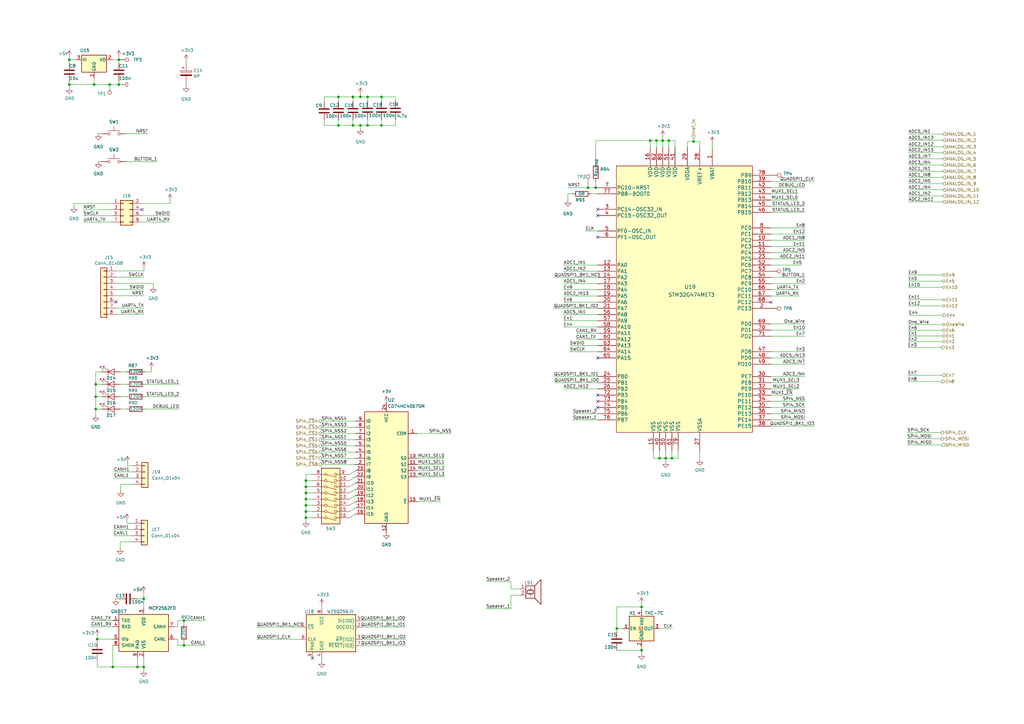
<source format=kicad_sch>
(kicad_sch (version 20211123) (generator eeschema)
  (paper "A3")
  (junction (at 28.448 24.511))
  (junction (at 138.811 51.435))
  (junction (at 138.811 39.751))
  (junction (at 39.878 262.128))
  (junction (at 156.464 51.435))
  (junction (at 271.78 57.658))
  (junction (at 44.958 34.671))
  (junction (at 125.476 212.344))
  (junction (at 39.243 162.687))
  (junction (at 48.768 24.511))
  (junction (at 58.928 245.618))
  (junction (at 39.243 167.767))
  (junction (at 75.438 264.668))
  (junction (at 28.448 34.671))
  (junction (at 252.984 257.81))
  (junction (at 150.749 39.751))
  (junction (at 125.476 197.104))
  (junction (at 284.48 58.039))
  (junction (at 39.243 157.607))
  (junction (at 266.7 57.658))
  (junction (at 125.476 202.184))
  (junction (at 125.476 209.804))
  (junction (at 144.78 39.751))
  (junction (at 147.828 39.751))
  (junction (at 241.173 76.962))
  (junction (at 156.464 39.751))
  (junction (at 46.228 273.558))
  (junction (at 48.768 34.671))
  (junction (at 270.51 187.96))
  (junction (at 125.476 204.724))
  (junction (at 58.928 273.558))
  (junction (at 275.59 187.96))
  (junction (at 150.749 51.435))
  (junction (at 263.144 248.92))
  (junction (at 263.144 266.7))
  (junction (at 38.608 34.671))
  (junction (at 56.388 273.558))
  (junction (at 147.828 51.435))
  (junction (at 75.438 254.508))
  (junction (at 125.476 199.644))
  (junction (at 273.05 187.96))
  (junction (at 269.24 57.658))
  (junction (at 274.32 57.658))
  (junction (at 244.348 76.962))
  (junction (at 144.78 51.435))
  (junction (at 125.476 207.264))
  (no_connect (at 316.23 123.952))
  (no_connect (at 245.11 167.132))
  (no_connect (at 245.11 164.592))
  (no_connect (at 245.11 162.052))
  (no_connect (at 245.11 146.812))
  (no_connect (at 128.143 269.875))
  (no_connect (at 47.625 123.825))
  (no_connect (at 245.11 85.852))
  (no_connect (at 245.11 88.392))
  (no_connect (at 245.11 97.282))
  (no_connect (at 58.293 85.979))
  (wire (pts (xy 49.403 157.607) (xy 51.943 157.607)))
  (wire (pts (xy 245.11 126.492) (xy 227.076 126.492)))
  (wire (pts (xy 325.12 162.052) (xy 316.23 162.052)))
  (wire (pts (xy 38.608 34.671) (xy 28.448 34.671)))
  (wire (pts (xy 386.334 156.464) (xy 372.364 156.464)))
  (wire (pts (xy 231.14 123.952) (xy 245.11 123.952)))
  (wire (pts (xy 244.348 76.962) (xy 245.11 76.962)))
  (wire (pts (xy 143.256 197.104) (xy 145.796 195.58)))
  (wire (pts (xy 59.055 113.665) (xy 47.625 113.665)))
  (wire (pts (xy 330.2 169.672) (xy 316.23 169.672)))
  (wire (pts (xy 372.618 67.691) (xy 386.588 67.691)))
  (wire (pts (xy 386.588 54.991) (xy 372.618 54.991)))
  (wire (pts (xy 125.476 197.104) (xy 125.476 194.564)))
  (wire (pts (xy 39.878 262.128) (xy 39.878 263.398)))
  (wire (pts (xy 263.144 248.92) (xy 252.984 248.92)))
  (wire (pts (xy 62.865 116.205) (xy 47.625 116.205)))
  (wire (pts (xy 72.898 264.668) (xy 72.898 262.128)))
  (wire (pts (xy 372.618 75.311) (xy 386.588 75.311)))
  (wire (pts (xy 150.749 51.435) (xy 156.464 51.435)))
  (wire (pts (xy 54.102 219.71) (xy 46.482 219.71)))
  (wire (pts (xy 125.476 199.644) (xy 125.476 197.104)))
  (wire (pts (xy 292.1 58.674) (xy 292.1 60.452)))
  (wire (pts (xy 144.78 51.435) (xy 147.828 51.435)))
  (wire (pts (xy 330.2 106.172) (xy 316.23 106.172)))
  (wire (pts (xy 227.33 113.792) (xy 245.11 113.792)))
  (wire (pts (xy 28.448 24.511) (xy 28.448 23.241)))
  (wire (pts (xy 145.796 185.42) (xy 131.826 185.42)))
  (wire (pts (xy 171.196 195.58) (xy 182.372 195.58)))
  (wire (pts (xy 241.173 76.962) (xy 244.348 76.962)))
  (wire (pts (xy 28.448 34.671) (xy 28.448 33.401)))
  (wire (pts (xy 372.618 82.804) (xy 386.588 82.804)))
  (wire (pts (xy 330.2 116.332) (xy 316.23 116.332)))
  (wire (pts (xy 273.05 184.912) (xy 273.05 187.96)))
  (wire (pts (xy 58.928 269.748) (xy 58.928 273.558)))
  (wire (pts (xy 145.796 177.8) (xy 131.826 177.8)))
  (wire (pts (xy 138.811 49.149) (xy 138.811 51.435)))
  (wire (pts (xy 143.256 207.264) (xy 145.796 205.74)))
  (wire (pts (xy 41.783 157.607) (xy 39.243 157.607)))
  (wire (pts (xy 244.348 57.658) (xy 266.7 57.658)))
  (wire (pts (xy 62.865 116.205) (xy 62.865 117.475)))
  (wire (pts (xy 30.353 83.439) (xy 30.353 84.709)))
  (wire (pts (xy 30.988 24.511) (xy 28.448 24.511)))
  (wire (pts (xy 281.94 60.452) (xy 281.94 58.039)))
  (wire (pts (xy 58.928 245.618) (xy 56.388 245.618)))
  (wire (pts (xy 125.476 212.344) (xy 125.476 213.614)))
  (wire (pts (xy 59.055 126.365) (xy 47.625 126.365)))
  (wire (pts (xy 263.144 248.92) (xy 263.144 247.65)))
  (wire (pts (xy 274.32 57.658) (xy 274.32 60.452)))
  (wire (pts (xy 75.438 263.398) (xy 75.438 264.668)))
  (wire (pts (xy 41.783 152.527) (xy 39.243 152.527)))
  (wire (pts (xy 148.463 257.175) (xy 166.37 257.175)))
  (wire (pts (xy 128.016 202.184) (xy 125.476 202.184)))
  (wire (pts (xy 209.55 238.506) (xy 209.55 241.554)))
  (wire (pts (xy 372.491 112.776) (xy 386.461 112.776)))
  (wire (pts (xy 275.59 187.96) (xy 278.13 187.96)))
  (wire (pts (xy 76.327 26.289) (xy 76.327 25.019)))
  (wire (pts (xy 132.969 49.276) (xy 132.969 51.435)))
  (wire (pts (xy 316.23 159.512) (xy 327.914 159.512)))
  (wire (pts (xy 209.55 249.682) (xy 199.39 249.682)))
  (wire (pts (xy 147.828 38.608) (xy 147.828 39.751)))
  (wire (pts (xy 316.23 108.712) (xy 328.93 108.712)))
  (wire (pts (xy 271.78 57.658) (xy 274.32 57.658)))
  (wire (pts (xy 37.338 257.048) (xy 46.228 257.048)))
  (wire (pts (xy 49.403 167.767) (xy 51.943 167.767)))
  (wire (pts (xy 59.055 121.285) (xy 47.625 121.285)))
  (wire (pts (xy 143.256 204.724) (xy 145.796 203.2)))
  (wire (pts (xy 48.768 245.618) (xy 47.498 245.618)))
  (wire (pts (xy 48.768 24.511) (xy 48.768 25.781)))
  (wire (pts (xy 47.625 118.745) (xy 59.055 118.745)))
  (wire (pts (xy 41.656 54.864) (xy 40.386 54.864)))
  (wire (pts (xy 41.783 167.767) (xy 39.243 167.767)))
  (wire (pts (xy 231.14 129.032) (xy 245.11 129.032)))
  (wire (pts (xy 231.14 118.872) (xy 245.11 118.872)))
  (wire (pts (xy 34.163 91.059) (xy 45.593 91.059)))
  (wire (pts (xy 386.588 65.151) (xy 372.618 65.151)))
  (wire (pts (xy 58.928 273.558) (xy 56.388 273.558)))
  (wire (pts (xy 72.898 254.508) (xy 72.898 257.048)))
  (wire (pts (xy 143.256 209.804) (xy 145.796 208.28)))
  (wire (pts (xy 58.928 274.828) (xy 58.928 273.558)))
  (wire (pts (xy 39.243 152.527) (xy 39.243 157.607)))
  (wire (pts (xy 252.984 257.81) (xy 252.984 259.08)))
  (wire (pts (xy 372.618 77.851) (xy 386.588 77.851)))
  (wire (pts (xy 330.2 172.212) (xy 316.23 172.212)))
  (wire (pts (xy 58.928 245.618) (xy 58.928 243.078)))
  (wire (pts (xy 56.388 269.748) (xy 56.388 273.558)))
  (wire (pts (xy 125.476 202.184) (xy 125.476 199.644)))
  (wire (pts (xy 125.476 194.564) (xy 128.016 194.564)))
  (wire (pts (xy 316.23 132.842) (xy 330.2 132.842)))
  (wire (pts (xy 28.448 25.781) (xy 28.448 24.511)))
  (wire (pts (xy 245.11 172.212) (xy 234.95 172.212)))
  (wire (pts (xy 242.443 79.502) (xy 245.11 79.502)))
  (wire (pts (xy 275.59 184.912) (xy 275.59 187.96)))
  (wire (pts (xy 46.228 273.558) (xy 39.878 273.558)))
  (wire (pts (xy 48.768 24.511) (xy 46.228 24.511)))
  (wire (pts (xy 145.796 172.72) (xy 131.826 172.72)))
  (wire (pts (xy 39.243 167.767) (xy 39.243 170.307)))
  (wire (pts (xy 273.05 187.96) (xy 273.05 189.23)))
  (wire (pts (xy 105.283 257.175) (xy 123.063 257.175)))
  (wire (pts (xy 128.016 197.104) (xy 125.476 197.104)))
  (wire (pts (xy 236.22 139.192) (xy 245.11 139.192)))
  (wire (pts (xy 147.828 51.435) (xy 150.749 51.435)))
  (wire (pts (xy 75.438 264.668) (xy 84.328 264.668)))
  (wire (pts (xy 132.969 51.435) (xy 138.811 51.435)))
  (wire (pts (xy 227.203 154.432) (xy 245.11 154.432)))
  (wire (pts (xy 46.228 264.668) (xy 46.228 273.558)))
  (wire (pts (xy 128.016 212.344) (xy 125.476 212.344)))
  (wire (pts (xy 143.256 202.184) (xy 145.796 200.66)))
  (wire (pts (xy 58.928 249.428) (xy 58.928 245.618)))
  (wire (pts (xy 245.11 111.252) (xy 231.14 111.252)))
  (wire (pts (xy 54.356 196.088) (xy 46.736 196.088)))
  (wire (pts (xy 245.11 131.572) (xy 231.14 131.572)))
  (wire (pts (xy 316.23 93.472) (xy 330.2 93.472)))
  (wire (pts (xy 39.243 162.687) (xy 39.243 167.767)))
  (wire (pts (xy 44.958 34.671) (xy 38.608 34.671)))
  (wire (pts (xy 125.476 204.724) (xy 125.476 207.264)))
  (wire (pts (xy 287.02 184.912) (xy 287.02 188.341)))
  (wire (pts (xy 386.715 129.286) (xy 372.745 129.286)))
  (wire (pts (xy 144.78 49.149) (xy 144.78 51.435)))
  (wire (pts (xy 143.256 194.564) (xy 145.796 193.04)))
  (wire (pts (xy 125.476 199.644) (xy 128.016 199.644)))
  (wire (pts (xy 75.438 264.668) (xy 72.898 264.668)))
  (wire (pts (xy 59.563 167.767) (xy 73.533 167.767)))
  (wire (pts (xy 372.618 70.231) (xy 386.588 70.231)))
  (wire (pts (xy 372.491 115.316) (xy 386.461 115.316)))
  (wire (pts (xy 49.276 222.25) (xy 54.102 222.25)))
  (wire (pts (xy 372.491 122.936) (xy 386.461 122.936)))
  (wire (pts (xy 162.179 51.435) (xy 162.179 49.022)))
  (wire (pts (xy 252.984 248.92) (xy 252.984 257.81)))
  (wire (pts (xy 58.293 91.059) (xy 69.723 91.059)))
  (wire (pts (xy 245.11 169.672) (xy 234.95 169.672)))
  (wire (pts (xy 244.348 66.802) (xy 244.348 57.658)))
  (wire (pts (xy 145.796 180.34) (xy 131.826 180.34)))
  (wire (pts (xy 59.563 157.607) (xy 73.533 157.607)))
  (wire (pts (xy 51.816 66.294) (xy 64.516 66.294)))
  (wire (pts (xy 145.796 175.26) (xy 131.826 175.26)))
  (wire (pts (xy 69.723 83.439) (xy 69.723 82.169)))
  (wire (pts (xy 54.356 193.548) (xy 46.736 193.548)))
  (wire (pts (xy 245.11 134.112) (xy 231.14 134.112)))
  (wire (pts (xy 263.144 267.97) (xy 263.144 266.7)))
  (wire (pts (xy 267.97 187.96) (xy 270.51 187.96)))
  (wire (pts (xy 28.448 35.941) (xy 28.448 34.671)))
  (wire (pts (xy 263.144 250.19) (xy 263.144 248.92)))
  (wire (pts (xy 271.78 56.134) (xy 271.78 57.658)))
  (wire (pts (xy 47.625 128.905) (xy 59.055 128.905)))
  (wire (pts (xy 52.07 213.36) (xy 52.07 214.63)))
  (wire (pts (xy 34.163 88.519) (xy 45.593 88.519)))
  (wire (pts (xy 316.23 174.752) (xy 334.137 174.752)))
  (wire (pts (xy 47.625 111.125) (xy 59.055 111.125)))
  (wire (pts (xy 48.768 23.241) (xy 48.768 24.511)))
  (wire (pts (xy 144.78 39.751) (xy 144.78 41.529)))
  (wire (pts (xy 58.293 88.519) (xy 69.723 88.519)))
  (wire (pts (xy 59.055 111.125) (xy 59.055 109.855)))
  (wire (pts (xy 244.348 74.422) (xy 244.348 76.962)))
  (wire (pts (xy 330.2 135.382) (xy 316.23 135.382)))
  (wire (pts (xy 156.464 39.751) (xy 162.179 39.751)))
  (wire (pts (xy 49.53 198.628) (xy 49.53 201.168)))
  (wire (pts (xy 255.524 257.81) (xy 252.984 257.81)))
  (wire (pts (xy 76.327 35.179) (xy 76.327 33.909)))
  (wire (pts (xy 330.2 96.012) (xy 316.23 96.012)))
  (wire (pts (xy 232.918 76.962) (xy 241.173 76.962)))
  (wire (pts (xy 316.23 137.922) (xy 330.2 137.922)))
  (wire (pts (xy 37.338 254.508) (xy 46.228 254.508)))
  (wire (pts (xy 145.796 187.96) (xy 131.826 187.96)))
  (wire (pts (xy 144.78 39.751) (xy 147.828 39.751)))
  (wire (pts (xy 245.11 108.712) (xy 231.14 108.712)))
  (wire (pts (xy 316.23 76.962) (xy 330.2 76.962)))
  (wire (pts (xy 386.334 153.924) (xy 372.364 153.924)))
  (wire (pts (xy 372.364 142.494) (xy 386.334 142.494)))
  (wire (pts (xy 269.24 57.658) (xy 269.24 60.452)))
  (wire (pts (xy 147.828 39.751) (xy 150.749 39.751)))
  (wire (pts (xy 372.618 72.771) (xy 386.588 72.771)))
  (wire (pts (xy 156.464 51.435) (xy 162.179 51.435)))
  (wire (pts (xy 143.256 199.644) (xy 145.796 198.12)))
  (wire (pts (xy 128.016 204.724) (xy 125.476 204.724)))
  (wire (pts (xy 62.103 151.257) (xy 62.103 152.527)))
  (wire (pts (xy 278.13 187.96) (xy 278.13 184.912)))
  (wire (pts (xy 46.228 262.128) (xy 39.878 262.128)))
  (wire (pts (xy 236.22 136.652) (xy 245.11 136.652)))
  (wire (pts (xy 273.05 187.96) (xy 275.59 187.96)))
  (wire (pts (xy 75.438 255.778) (xy 75.438 254.508)))
  (wire (pts (xy 245.11 156.972) (xy 227.33 156.972)))
  (wire (pts (xy 276.86 57.658) (xy 276.86 60.452)))
  (wire (pts (xy 143.256 212.344) (xy 145.796 210.82)))
  (wire (pts (xy 284.48 58.039) (xy 287.02 58.039)))
  (wire (pts (xy 128.016 207.264) (xy 125.476 207.264)))
  (wire (pts (xy 316.23 82.042) (xy 327.279 82.042)))
  (wire (pts (xy 132.969 39.751) (xy 138.811 39.751)))
  (wire (pts (xy 330.2 103.632) (xy 316.23 103.632)))
  (wire (pts (xy 266.7 57.658) (xy 266.7 60.452)))
  (wire (pts (xy 128.016 209.804) (xy 125.476 209.804)))
  (wire (pts (xy 386.588 62.611) (xy 372.618 62.611)))
  (wire (pts (xy 284.48 56.769) (xy 284.48 58.039)))
  (wire (pts (xy 209.55 244.094) (xy 209.55 249.682)))
  (wire (pts (xy 241.173 76.962) (xy 241.173 75.692)))
  (wire (pts (xy 171.196 190.5) (xy 182.372 190.5)))
  (wire (pts (xy 171.196 205.74) (xy 180.721 205.74)))
  (wire (pts (xy 145.796 182.88) (xy 131.826 182.88)))
  (wire (pts (xy 270.51 184.912) (xy 270.51 187.96)))
  (wire (pts (xy 49.53 198.628) (xy 54.356 198.628)))
  (wire (pts (xy 62.103 152.527) (xy 59.563 152.527)))
  (wire (pts (xy 274.32 57.658) (xy 276.86 57.658)))
  (wire (pts (xy 138.811 39.751) (xy 144.78 39.751)))
  (wire (pts (xy 330.2 154.432) (xy 316.23 154.432)))
  (wire (pts (xy 171.196 187.96) (xy 182.372 187.96)))
  (wire (pts (xy 39.243 157.607) (xy 39.243 162.687)))
  (wire (pts (xy 316.23 144.272) (xy 330.2 144.272)))
  (wire (pts (xy 386.461 140.081) (xy 372.491 140.081)))
  (wire (pts (xy 240.03 94.742) (xy 245.11 94.742)))
  (wire (pts (xy 245.11 159.512) (xy 231.14 159.512)))
  (wire (pts (xy 232.918 82.042) (xy 232.918 79.502)))
  (wire (pts (xy 372.11 182.499) (xy 386.08 182.499)))
  (wire (pts (xy 58.293 83.439) (xy 69.723 83.439)))
  (wire (pts (xy 287.02 58.039) (xy 287.02 60.452)))
  (wire (pts (xy 48.768 33.401) (xy 48.768 34.671)))
  (wire (pts (xy 372.11 179.959) (xy 386.08 179.959)))
  (wire (pts (xy 330.2 87.122) (xy 316.23 87.122)))
  (wire (pts (xy 41.656 66.294) (xy 40.386 66.294)))
  (wire (pts (xy 148.463 264.795) (xy 166.37 264.795)))
  (wire (pts (xy 38.608 34.671) (xy 38.608 32.131)))
  (wire (pts (xy 52.07 214.63) (xy 54.102 214.63)))
  (wire (pts (xy 386.08 177.419) (xy 372.11 177.419)))
  (wire (pts (xy 269.24 57.658) (xy 271.78 57.658)))
  (wire (pts (xy 125.476 204.724) (xy 125.476 202.184)))
  (wire (pts (xy 52.324 191.008) (xy 54.356 191.008)))
  (wire (pts (xy 372.618 80.391) (xy 386.588 80.391)))
  (wire (pts (xy 138.811 39.751) (xy 138.811 41.529)))
  (wire (pts (xy 51.943 152.527) (xy 49.403 152.527)))
  (wire (pts (xy 275.844 257.81) (xy 270.764 257.81)))
  (wire (pts (xy 270.51 187.96) (xy 273.05 187.96)))
  (wire (pts (xy 316.23 167.132) (xy 330.2 167.132)))
  (wire (pts (xy 316.23 146.812) (xy 330.2 146.812)))
  (wire (pts (xy 171.196 177.8) (xy 185.166 177.8)))
  (wire (pts (xy 209.55 238.506) (xy 199.39 238.506)))
  (wire (pts (xy 334.01 74.422) (xy 316.23 74.422)))
  (wire (pts (xy 156.464 39.751) (xy 156.464 41.402)))
  (wire (pts (xy 41.783 162.687) (xy 39.243 162.687)))
  (wire (pts (xy 105.283 262.255) (xy 123.063 262.255)))
  (wire (pts (xy 150.749 49.022) (xy 150.749 51.435)))
  (wire (pts (xy 316.23 156.972) (xy 327.914 156.972)))
  (wire (pts (xy 171.196 193.04) (xy 182.372 193.04)))
  (wire (pts (xy 316.23 84.582) (xy 330.2 84.582)))
  (wire (pts (xy 131.953 249.555) (xy 131.953 248.285)))
  (wire (pts (xy 386.461 133.096) (xy 372.491 133.096)))
  (wire (pts (xy 59.563 162.687) (xy 73.533 162.687)))
  (wire (pts (xy 232.918 79.502) (xy 234.823 79.502)))
  (wire (pts (xy 131.953 269.875) (xy 131.953 271.145)))
  (wire (pts (xy 245.11 116.332) (xy 231.14 116.332)))
  (wire (pts (xy 386.588 60.198) (xy 372.618 60.198)))
  (wire (pts (xy 316.23 79.502) (xy 327.279 79.502)))
  (wire (pts (xy 372.491 117.856) (xy 386.461 117.856)))
  (wire (pts (xy 30.353 83.439) (xy 45.593 83.439)))
  (wire (pts (xy 147.828 51.435) (xy 147.828 52.705)))
  (wire (pts (xy 233.68 144.272) (xy 245.11 144.272)))
  (wire (pts (xy 330.2 149.352) (xy 316.23 149.352)))
  (wire (pts (xy 71.628 257.048) (xy 72.898 257.048)))
  (wire (pts (xy 156.464 49.022) (xy 156.464 51.435)))
  (wire (pts (xy 271.78 57.658) (xy 271.78 60.452)))
  (wire (pts (xy 125.476 209.804) (xy 125.476 212.344)))
  (wire (pts (xy 213.106 244.094) (xy 209.55 244.094)))
  (wire (pts (xy 54.102 217.17) (xy 46.482 217.17)))
  (wire (pts (xy 49.276 222.25) (xy 49.276 224.79)))
  (wire (pts (xy 209.55 241.554) (xy 213.106 241.554)))
  (wire (pts (xy 150.749 39.751) (xy 156.464 39.751)))
  (wire (pts (xy 316.23 121.412) (xy 327.66 121.412)))
  (wire (pts (xy 330.2 98.552) (xy 316.23 98.552)))
  (wire (pts (xy 330.2 101.092) (xy 316.23 101.092)))
  (wire (pts (xy 51.943 162.687) (xy 49.403 162.687)))
  (wire (pts (xy 72.898 254.508) (xy 75.438 254.508)))
  (wire (pts (xy 39.878 262.128) (xy 39.878 260.858)))
  (wire (pts (xy 34.163 85.979) (xy 45.593 85.979)))
  (wire (pts (xy 245.11 141.732) (xy 233.68 141.732)))
  (wire (pts (xy 145.796 190.5) (xy 131.826 190.5)))
  (wire (pts (xy 56.388 273.558) (xy 46.228 273.558)))
  (wire (pts (xy 386.461 137.795) (xy 372.491 137.795)))
  (wire (pts (xy 75.438 254.508) (xy 84.328 254.508)))
  (wire (pts (xy 148.463 254.635) (xy 166.243 254.635)))
  (wire (pts (xy 252.984 266.7) (xy 263.144 266.7)))
  (wire (pts (xy 132.969 41.656) (xy 132.969 39.751)))
  (wire (pts (xy 125.476 207.264) (xy 125.476 209.804)))
  (wire (pts (xy 266.7 57.658) (xy 269.24 57.658)))
  (wire (pts (xy 245.11 121.412) (xy 231.14 121.412)))
  (wire (pts (xy 327.66 118.872) (xy 316.23 118.872)))
  (wire (pts (xy 50.038 34.671) (xy 48.768 34.671)))
  (wire (pts (xy 148.463 262.255) (xy 166.497 262.255)))
  (wire (pts (xy 162.179 39.751) (xy 162.179 41.402)))
  (wire (pts (xy 281.94 58.039) (xy 284.48 58.039)))
  (wire (pts (xy 48.768 34.671) (xy 44.958 34.671)))
  (wire (pts (xy 51.816 54.864) (xy 60.706 54.864)))
  (wire (pts (xy 52.324 189.738) (xy 52.324 191.008)))
  (wire (pts (xy 150.749 39.751) (xy 150.749 41.402)))
  (wire (pts (xy 316.23 164.592) (xy 330.2 164.592)))
  (wire (pts (xy 263.144 266.7) (xy 263.144 265.43)))
  (wire (pts (xy 372.491 125.476) (xy 386.461 125.476)))
  (wire (pts (xy 386.588 57.531) (xy 372.618 57.531)))
  (wire (pts (xy 316.23 113.792) (xy 330.2 113.792)))
  (wire (pts (xy 386.461 135.509) (xy 372.491 135.509)))
  (wire (pts (xy 39.878 273.558) (xy 39.878 271.018)))
  (wire (pts (xy 138.811 51.435) (xy 144.78 51.435)))
  (wire (pts (xy 267.97 184.912) (xy 267.97 187.96)))
  (wire (pts (xy 72.898 262.128) (xy 71.628 262.128)))
  (label "MUX1_SEL2" (at 182.372 193.04 180))
  (label "SWCLK" (at 59.055 113.665 180))
  (label "SWDIO" (at 69.723 88.519 180))
  (label "ADC1_IN2" (at 372.618 80.391 0))
  (label "ADC5_IN1" (at 231.14 129.032 0))
  (label "CANL1" (at 46.482 219.71 0))
  (label "ADC3_IN4" (at 372.618 67.691 0))
  (label "ADC5_IN13" (at 330.2 146.812 180))
  (label "ADC1_IN8" (at 372.618 72.771 0))
  (label "Speaker_2" (at 199.39 238.506 0))
  (label "MUX1_SEL0" (at 182.372 187.96 180))
  (label "CAN1_TX" (at 37.338 254.508 0))
  (label "Speaker_1" (at 199.39 249.682 0))
  (label "En6" (at 372.491 135.509 0))
  (label "En8" (at 372.364 156.464 0))
  (label "MUX1_SEL3" (at 182.372 195.58 180))
  (label "En8" (at 330.2 93.472 180))
  (label "ADC1_IN4" (at 372.618 77.851 0))
  (label "QUADSPI1_BK1_IO3" (at 334.137 174.752 180))
  (label "ADC3_IN7" (at 372.618 65.151 0))
  (label "ADC1_IN1" (at 231.14 108.712 0))
  (label "QUADSPI1_BK1_IO1" (at 166.37 257.175 180))
  (label "QUADSPI1_BK1_NCS" (at 227.33 113.792 0))
  (label "SPI4_MISO" (at 372.11 182.499 0))
  (label "QUADSPI1_BK1_NCS" (at 105.283 257.175 0))
  (label "ADC1_IN4" (at 231.14 116.332 0))
  (label "En6" (at 231.14 123.952 0))
  (label "ADC2_IN13" (at 231.14 121.412 0))
  (label "ADC3_IN7" (at 330.2 149.352 180))
  (label "MUX1_SEL0" (at 327.279 82.042 180))
  (label "SPI4_NSS" (at 330.2 164.592 180))
  (label "QUADSPI1_BK1_IO2" (at 166.497 262.255 180))
  (label "STATUS_LED_1" (at 330.2 87.122 180))
  (label "One_Wire" (at 330.2 132.842 180))
  (label "DEBUG_LED" (at 330.2 76.962 180))
  (label "SPI4_NSS5" (at 131.826 182.88 0))
  (label "SWCLK" (at 233.68 144.272 0))
  (label "MUX1_~{EN}" (at 325.12 162.052 180))
  (label "CANH1" (at 84.328 254.508 180))
  (label "MUX1_~{EN}" (at 180.721 205.74 180))
  (label "BUTTON_1" (at 64.516 66.294 180))
  (label "ADC1_IN8" (at 330.2 98.552 180))
  (label "En1" (at 372.491 137.795 0))
  (label "CANH1" (at 46.482 217.17 0))
  (label "MUX1_SEL1" (at 327.279 79.502 180))
  (label "ADC2_IN11" (at 372.618 82.804 0))
  (label "Speaker_2" (at 234.95 169.672 0))
  (label "CANL1" (at 46.736 196.088 0))
  (label "ADC3_IN4" (at 330.2 154.432 180))
  (label "CANL1" (at 84.328 264.668 180))
  (label "ADC1_IN2" (at 231.14 111.252 0))
  (label "SPI4_NSS1" (at 131.826 180.34 0))
  (label "En2" (at 372.491 140.081 0))
  (label "SWDIO" (at 233.68 141.732 0))
  (label "ADC5_IN1" (at 372.618 54.991 0))
  (label "En11" (at 330.2 101.092 180))
  (label "UART4_RX" (at 69.723 91.059 180))
  (label "UART4_TX" (at 34.163 91.059 0))
  (label "En4" (at 231.14 134.112 0))
  (label "En4" (at 372.745 129.286 0))
  (label "SPI4_NSS4" (at 131.826 172.72 0))
  (label "NRST" (at 60.706 54.864 180))
  (label "En10" (at 372.491 117.856 0))
  (label "One_Wire" (at 372.491 133.096 0))
  (label "UART4_TX" (at 327.66 118.872 180))
  (label "En12" (at 372.491 125.476 0))
  (label "CLK" (at 240.03 94.742 0))
  (label "CAN1_RX" (at 37.338 257.048 0))
  (label "ADC2_IN12" (at 372.618 60.198 0))
  (label "En9" (at 231.14 118.872 0))
  (label "UART4_RX" (at 327.66 121.412 180))
  (label "SPI4_NSS8" (at 131.826 190.5 0))
  (label "NRST" (at 34.163 85.979 0))
  (label "CAN1_TX" (at 236.22 139.192 0))
  (label "STATUS_LED_2" (at 73.533 162.687 180))
  (label "En1" (at 231.14 131.572 0))
  (label "CAN1_RX" (at 236.22 136.652 0))
  (label "QUADSPI1_BK1_IO2" (at 227.076 126.492 0))
  (label "QUADSPI1_BK1_IO1" (at 227.203 154.432 0))
  (label "En7" (at 372.364 153.924 0))
  (label "En5" (at 372.491 115.316 0))
  (label "ADC2_IN5" (at 330.2 103.632 180))
  (label "SPI4_NSS" (at 185.166 177.8 180))
  (label "Speaker_1" (at 234.95 172.212 0))
  (label "ADC5_IN13" (at 372.618 57.531 0))
  (label "QUADSPI1_BK1_IO0" (at 166.243 254.635 180))
  (label "DEBUG_LED" (at 73.533 167.767 180))
  (label "UART4_RX" (at 59.055 128.905 180))
  (label "En11" (at 372.491 122.936 0))
  (label "SPI4_NSS6" (at 131.826 185.42 0))
  (label "ADC2_IN5" (at 372.618 75.311 0))
  (label "En3" (at 330.2 144.272 180))
  (label "SPI4_MOSI" (at 372.11 179.959 0))
  (label "MUX1_SEL1" (at 182.372 190.5 180))
  (label "SPI4_SCK" (at 330.2 167.132 180))
  (label "En3" (at 372.364 142.494 0))
  (label "QUADSPI1_CLK" (at 105.283 262.255 0))
  (label "UART4_TX" (at 59.055 126.365 180))
  (label "MUX1_SEL3" (at 327.914 156.972 180))
  (label "SPI4_SCK" (at 372.11 177.419 0))
  (label "SPI4_MISO" (at 330.2 169.672 180))
  (label "En2" (at 330.2 116.332 180))
  (label "ADC2_IN13" (at 372.618 62.611 0))
  (label "CANH1" (at 46.736 193.548 0))
  (label "SPI4_NSS2" (at 131.826 177.8 0))
  (label "SWCLK" (at 34.163 88.519 0))
  (label "En9" (at 372.491 112.776 0))
  (label "NRST" (at 59.055 121.285 180))
  (label "NRST" (at 232.918 76.962 0))
  (label "SPI4_NSS7" (at 131.826 187.96 0))
  (label "STATUS_LED_1" (at 73.533 157.607 180))
  (label "MUX1_SEL2" (at 327.914 159.512 180))
  (label "En5" (at 328.93 108.712 180))
  (label "ADC2_IN12" (at 231.14 159.512 0))
  (label "BUTTON_1" (at 330.2 113.792 180))
  (label "SWDIO" (at 59.055 118.745 180))
  (label "En7" (at 330.2 137.922 180))
  (label "QUADSPI1_BK1_IO3" (at 166.37 264.795 180))
  (label "STATUS_LED_2" (at 330.2 84.582 180))
  (label "En12" (at 330.2 96.012 180))
  (label "ADC1_IN1" (at 372.618 70.231 0))
  (label "ADC2_IN11" (at 330.2 106.172 180))
  (label "QUADSPI1_BK1_IO0" (at 227.33 156.972 0))
  (label "SPI4_NSS3" (at 131.826 175.26 0))
  (label "En10" (at 330.2 135.382 180))
  (label "CLK" (at 275.844 257.81 180))
  (label "QUADSPI1_CLK" (at 334.01 74.422 180))
  (label "SPI4_MOSI" (at 330.2 172.212 180))
  (hierarchical_label "ANALOG_IN_12" (shape input) (at 386.588 82.804 0))
  (hierarchical_label "En10" (shape bidirectional) (at 386.461 117.856 0))
  (hierarchical_label "En7" (shape input) (at 386.334 153.924 0))
  (hierarchical_label "ANALOG_IN_5" (shape input) (at 386.588 65.151 0))
  (hierarchical_label "En2" (shape bidirectional) (at 386.461 140.081 0))
  (hierarchical_label "ANALOG_IN_7" (shape input) (at 386.588 70.231 0))
  (hierarchical_label "SPI4_~{CS}1" (shape output) (at 131.826 180.34 180))
  (hierarchical_label "ANALOG_IN_2" (shape input) (at 386.588 57.531 0))
  (hierarchical_label "SPI4_~{CS}2" (shape output) (at 131.826 177.8 180))
  (hierarchical_label "En8" (shape output) (at 386.334 156.464 0))
  (hierarchical_label "SPI4_~{CS}6" (shape output) (at 131.826 185.42 180))
  (hierarchical_label "En11" (shape bidirectional) (at 386.461 122.936 0))
  (hierarchical_label "SPI4_~{CS}5" (shape output) (at 131.826 182.88 180))
  (hierarchical_label "ANALOG_IN_8" (shape input) (at 386.588 72.771 0))
  (hierarchical_label "En3" (shape output) (at 386.334 142.494 0))
  (hierarchical_label "En6" (shape bidirectional) (at 386.461 135.509 0))
  (hierarchical_label "ANALOG_IN_1" (shape input) (at 386.588 54.991 0))
  (hierarchical_label "En12" (shape bidirectional) (at 386.461 125.476 0))
  (hierarchical_label "SPI4_MISO" (shape input) (at 386.08 182.499 0))
  (hierarchical_label "ANALOG_IN_6" (shape input) (at 386.588 67.691 0))
  (hierarchical_label "ANALOG_IN_4" (shape input) (at 386.588 62.611 0))
  (hierarchical_label "Vref_in" (shape input) (at 284.48 56.769 90))
  (hierarchical_label "ANALOG_IN_11" (shape input) (at 386.588 80.391 0))
  (hierarchical_label "SPI4_~{CS}8" (shape output) (at 131.826 190.5 180))
  (hierarchical_label "ANALOG_IN_3" (shape input) (at 386.588 60.198 0))
  (hierarchical_label "OneWire" (shape bidirectional) (at 386.461 133.096 0))
  (hierarchical_label "SPI4_CLK" (shape output) (at 386.08 177.419 0))
  (hierarchical_label "SPI4_~{CS}3" (shape output) (at 131.826 175.26 180))
  (hierarchical_label "En9" (shape bidirectional) (at 386.461 112.776 0))
  (hierarchical_label "SPI4_~{CS}4" (shape output) (at 131.826 172.72 180))
  (hierarchical_label "ANALOG_IN_9" (shape input) (at 386.588 75.311 0))
  (hierarchical_label "SPI4_MOSI" (shape output) (at 386.08 179.959 0))
  (hierarchical_label "En4" (shape output) (at 386.715 129.286 0))
  (hierarchical_label "En1" (shape bidirectional) (at 386.461 137.795 0))
  (hierarchical_label "ANALOG_IN_10" (shape input) (at 386.588 77.851 0))
  (hierarchical_label "SPI4_~{CS}7" (shape output) (at 131.826 187.96 180))
  (hierarchical_label "En5" (shape bidirectional) (at 386.461 115.316 0))
  (symbol (lib_id "power:+3.3V") (at 69.723 82.169 0) (unit 1)
    (property "Reference" "#PWR0115" (effects hide))
    (property "Value" "+3.3V" (at 70.104 77.7748 0))
  )
  (symbol (lib_id "power:GND") (at 147.828 52.705 0) (unit 1)
    (property "Reference" "#PWR0137" (effects hide))
    (property "Value" "GND" (at 147.828 58.166 0))
  )
  (symbol (lib_id "Device:C") (at 39.878 267.208 0) (unit 1)
    (property "Reference" "C10" (at 36.068 264.668 0) (effects (justify left)))
    (property "Value" "100n" (at 34.798 269.748 0) (effects (justify left)))
    (property "Footprint" "Capacitor_SMD:C_0402_1005Metric" (effects hide))
  )
  (symbol (lib_name "LED_1") (lib_id "Device:LED") (at 45.593 167.767 0) (mirror x) (unit 1)
    (property "Reference" "D17" (at 45.593 170.307 0))
    (property "Value" "LED" (effects hide))
    (property "Footprint" "LED_SMD:LED_0603_1608Metric" (effects hide))
  )
  (symbol (lib_id "power:GND") (at 131.953 271.145 0) (unit 1)
    (property "Reference" "#PWR0135" (effects hide))
    (property "Value" "GND" (at 131.953 276.352 0))
  )
  (symbol (lib_id "Switch:SW_DIP_x08") (at 135.636 202.184 0) (mirror x) (unit 1)
    (property "Reference" "SW3" (at 135.636 216.789 0))
    (property "Value" "SW_DIP_x08" (effects hide))
    (property "Footprint" "TXV_Library_Footprints:8_Pin_DIP_Switch" (effects hide))
  )
  (symbol (lib_id "power:+5V") (at 28.448 23.241 0) (unit 1)
    (property "Reference" "#PWR0113" (effects hide))
    (property "Value" "+5V" (at 25.908 21.971 0))
  )
  (symbol (lib_id "power:+3.3V") (at 292.1 58.674 0) (unit 1)
    (property "Reference" "#PWR0161" (effects hide))
    (property "Value" "+3.3V" (at 292.481 54.2798 0))
  )
  (symbol (lib_id "Device:C") (at 28.448 29.591 0) (unit 1)
    (property "Reference" "C8" (at 28.448 27.051 0) (effects (justify left)))
    (property "Value" "10u" (at 28.448 32.131 0) (effects (justify left)))
    (property "Footprint" "Capacitor_SMD:C_0603_1608Metric" (effects hide))
  )
  (symbol (lib_id "Connector:TestPoint") (at 316.23 126.492 270) (unit 1)
    (property "Reference" "TP6" (at 321.31 126.492 90) (effects (justify left)))
    (property "Value" "TestPoint" (effects hide))
    (property "Footprint" "TestPoint:TestPoint_THTPad_D1.0mm_Drill0.5mm" (effects hide))
  )
  (symbol (lib_id "Switch:SW_Push") (at 46.736 54.864 0) (unit 1)
    (property "Reference" "SW1" (at 46.736 49.9618 0))
    (property "Value" "SW_Push_Dual" (effects hide))
    (property "Footprint" "TXV_Library_Footprints:SW_SPST_CK_RS282G05A3_and_THT" (effects hide))
  )
  (symbol (lib_id "power:+3.3V") (at 59.055 109.855 0) (unit 1)
    (property "Reference" "#PWR0125" (effects hide))
    (property "Value" "+3.3V" (at 59.436 105.4608 0))
  )
  (symbol (lib_id "Device:C") (at 138.811 45.339 0) (unit 1)
    (property "Reference" "C12" (at 135.255 43.18 0) (effects (justify left)))
    (property "Value" "100n" (at 139.319 47.498 0) (effects (justify left)))
    (property "Footprint" "Capacitor_SMD:C_0402_1005Metric" (effects hide))
  )
  (symbol (lib_id "power:GND") (at 28.448 35.941 0) (unit 1)
    (property "Reference" "#PWR0114" (effects hide))
    (property "Value" "GND" (at 28.575 40.3352 0))
  )
  (symbol (lib_id "TXV_Library_Symbols:W25Q256JV") (at 135.763 259.715 0) (unit 1)
    (property "Reference" "U18" (at 126.873 250.825 0))
    (property "Value" "W25Q256JV" (at 139.573 250.825 0))
    (property "Footprint" "TXV_Library_Footprints:WSON-8-8x6mm" (effects hide))
    (property "Datasheet" "https://www.winbond.com/resource-files/w25q256jv%20spi%20revi%2010232018%20plus.pdf" (effects hide))
  )
  (symbol (lib_id "power:GND") (at 58.928 274.828 0) (unit 1)
    (property "Reference" "#PWR0126" (effects hide))
    (property "Value" "GND" (at 58.928 279.527 0))
  )
  (symbol (lib_id "power:+5V") (at 158.496 165.1 0) (unit 1)
    (property "Reference" "#PWR0129" (effects hide))
    (property "Value" "+5V" (at 158.496 160.528 0))
  )
  (symbol (lib_id "power:GND") (at 287.02 188.341 0) (unit 1)
    (property "Reference" "#PWR0152" (effects hide))
    (property "Value" "GND" (at 287.02 192.786 0))
  )
  (symbol (lib_id "power:+5V") (at 52.324 189.738 0) (unit 1)
    (property "Reference" "#PWR0138" (effects hide))
    (property "Value" "+5V" (at 49.784 188.468 0))
  )
  (symbol (lib_id "Connector:TestPoint") (at 316.23 111.252 270) (unit 1)
    (property "Reference" "TP5" (at 320.802 110.744 90) (effects (justify left)))
    (property "Value" "TestPoint" (effects hide))
    (property "Footprint" "TestPoint:TestPoint_THTPad_D1.0mm_Drill0.5mm" (effects hide))
  )
  (symbol (lib_id "Device:C") (at 252.984 262.89 0) (unit 1)
    (property "Reference" "C15" (at 249.174 260.35 0) (effects (justify left)))
    (property "Value" "100n" (at 247.904 265.43 0) (effects (justify left)))
    (property "Footprint" "Capacitor_SMD:C_0402_1005Metric" (effects hide))
  )
  (symbol (lib_id "power:+3.3V") (at 62.103 151.257 0) (unit 1)
    (property "Reference" "#PWR0130" (effects hide))
    (property "Value" "+3.3V" (at 62.484 146.8628 0))
  )
  (symbol (lib_id "74xx:CD74HC4067SM") (at 158.496 190.5 0) (mirror y) (unit 1)
    (property "Reference" "U2" (at 159.0166 164.084 0) (effects (justify right)))
    (property "Value" "CD74HC4067SM" (at 159.0166 166.624 0) (effects (justify right)))
    (property "Footprint" "Package_SO:SSOP-24_5.3x8.2mm_P0.65mm" (effects hide))
    (property "Datasheet" "http://www.ti.com/lit/ds/symlink/cd74hc4067.pdf" (effects hide))
  )
  (symbol (lib_id "Connector_Generic:Conn_01x04") (at 59.436 193.548 0) (unit 1)
    (property "Reference" "J19" (at 62.23 193.5479 0) (effects (justify left)))
    (property "Value" "Conn_01x04" (at 62.23 196.0879 0) (effects (justify left)))
    (property "Footprint" "Connector_Molex:Molex_SL_171971-0004_1x04_P2.54mm_Vertical" (effects hide))
  )
  (symbol (lib_id "Device:LED") (at 45.593 157.607 0) (mirror x) (unit 1)
    (property "Reference" "D15" (at 45.593 160.147 0))
    (property "Value" "LED" (effects hide))
    (property "Footprint" "LED_SMD:LED_0603_1608Metric" (effects hide))
  )
  (symbol (lib_id "Device:R") (at 55.753 167.767 270) (unit 1)
    (property "Reference" "R90" (at 54.483 165.227 90))
    (property "Value" "120R" (at 55.753 167.767 90))
    (property "Footprint" "Resistor_SMD:R_0603_1608Metric" (effects hide))
  )
  (symbol (lib_id "power:+3.3V") (at 131.953 248.285 0) (unit 1)
    (property "Reference" "#PWR0156" (effects hide))
    (property "Value" "+3.3V" (at 132.334 243.8908 0))
  )
  (symbol (lib_id "power:+3.3V") (at 48.768 23.241 0) (unit 1)
    (property "Reference" "#PWR0123" (effects hide))
    (property "Value" "+3.3V" (at 52.578 21.971 0))
  )
  (symbol (lib_id "Device:C") (at 150.749 45.212 0) (unit 1)
    (property "Reference" "C17" (at 147.193 43.053 0) (effects (justify left)))
    (property "Value" "100n" (at 151.257 47.371 0) (effects (justify left)))
    (property "Footprint" "Capacitor_SMD:C_0402_1005Metric" (effects hide))
  )
  (symbol (lib_id "power:GND") (at 49.53 201.168 0) (unit 1)
    (property "Reference" "#PWR0124" (effects hide))
    (property "Value" "GND" (at 49.53 206.248 0))
  )
  (symbol (lib_id "Regulator_Linear:MCP1700-3302E_SOT23") (at 38.608 24.511 0) (unit 1)
    (property "Reference" "U15" (at 34.798 20.701 0))
    (property "Value" "MCP1700-3302E_SOT23" (effects hide))
    (property "Footprint" "Package_TO_SOT_SMD:SOT-23" (effects hide))
    (property "Datasheet" "http://ww1.microchip.com/downloads/en/DeviceDoc/20001826D.pdf" (effects hide))
  )
  (symbol (lib_id "Interface_CAN_LIN:MCP2562-E-MF") (at 58.928 259.588 0) (unit 1)
    (property "Reference" "U17" (at 50.038 250.698 0))
    (property "Value" "MCP2562FD" (at 66.548 249.428 0))
    (property "Footprint" "Package_DFN_QFN:DFN-8-1EP_3x3mm_P0.65mm_EP1.55x2.4mm" (effects hide))
    (property "Datasheet" "http://ww1.microchip.com/downloads/en/DeviceDoc/25167A.pdf" (effects hide))
  )
  (symbol (lib_id "power:GND") (at 30.353 84.709 0) (unit 1)
    (property "Reference" "#PWR011" (effects hide))
    (property "Value" "GND" (at 30.353 89.662 0))
  )
  (symbol (lib_id "power:GND") (at 273.05 189.23 0) (unit 1)
    (property "Reference" "#PWR0147" (effects hide))
    (property "Value" "GND" (at 273.05 194.818 0))
  )
  (symbol (lib_id "Device:R") (at 55.753 162.687 270) (unit 1)
    (property "Reference" "R89" (at 54.483 160.147 90))
    (property "Value" "120R" (at 55.753 162.687 90))
    (property "Footprint" "Resistor_SMD:R_0603_1608Metric" (effects hide))
  )
  (symbol (lib_id "Connector:TestPoint") (at 48.768 24.511 270) (unit 1)
    (property "Reference" "TP3" (at 54.61 24.5109 90) (effects (justify left)))
    (property "Value" "TestPoint" (effects hide))
    (property "Footprint" "TestPoint:TestPoint_THTPad_D1.0mm_Drill0.5mm" (effects hide))
  )
  (symbol (lib_id "power:+3.3V") (at 263.144 247.65 0) (unit 1)
    (property "Reference" "#PWR0136" (effects hide))
    (property "Value" "+3.3V" (at 263.525 243.2558 0))
  )
  (symbol (lib_name "LED_3") (lib_id "Device:LED") (at 45.593 152.527 0) (mirror x) (unit 1)
    (property "Reference" "D14" (at 45.593 155.067 0))
    (property "Value" "LED" (effects hide))
    (property "Footprint" "LED_SMD:LED_0603_1608Metric" (effects hide))
  )
  (symbol (lib_id "Device:R") (at 238.633 79.502 90) (unit 1)
    (property "Reference" "R93" (at 239.903 82.042 90) (effects (justify left)))
    (property "Value" "0R" (at 239.903 79.502 90) (effects (justify left)))
    (property "Footprint" "Resistor_SMD:R_0603_1608Metric" (effects hide))
  )
  (symbol (lib_id "power:GND") (at 40.386 66.294 0) (unit 1)
    (property "Reference" "#PWR0120" (effects hide))
    (property "Value" "GND" (at 40.386 71.247 0))
  )
  (symbol (lib_id "Device:C") (at 132.969 45.466 0) (unit 1)
    (property "Reference" "C9" (at 129.413 43.307 0) (effects (justify left)))
    (property "Value" "100n" (at 133.477 47.625 0) (effects (justify left)))
    (property "Footprint" "Capacitor_SMD:C_0402_1005Metric" (effects hide))
  )
  (symbol (lib_id "power:GND") (at 232.918 82.042 0) (unit 1)
    (property "Reference" "#PWR0153" (effects hide))
    (property "Value" "GND" (at 232.918 87.63 0))
  )
  (symbol (lib_id "Connector:TestPoint") (at 316.23 71.882 270) (unit 1)
    (property "Reference" "TP4" (at 321.31 71.247 90) (effects (justify left)))
    (property "Value" "TestPoint" (effects hide))
    (property "Footprint" "TestPoint:TestPoint_THTPad_D1.0mm_Drill0.5mm" (effects hide))
  )
  (symbol (lib_id "Device:C") (at 52.578 245.618 90) (unit 1)
    (property "Reference" "C13" (at 51.308 244.348 90) (effects (justify left)))
    (property "Value" "100n" (at 58.928 246.888 90) (effects (justify left)))
    (property "Footprint" "Capacitor_SMD:C_0402_1005Metric" (effects hide))
  )
  (symbol (lib_id "power:+5V") (at 58.928 243.078 0) (unit 1)
    (property "Reference" "#PWR0127" (effects hide))
    (property "Value" "+5V" (at 56.388 241.808 0))
  )
  (symbol (lib_id "power:+5V") (at 52.07 213.36 0) (unit 1)
    (property "Reference" "#PWR0144" (effects hide))
    (property "Value" "+5V" (at 49.53 212.09 0))
  )
  (symbol (lib_id "power:GND") (at 49.276 224.79 0) (unit 1)
    (property "Reference" "#PWR0122" (effects hide))
    (property "Value" "GND" (at 49.276 229.616 0))
  )
  (symbol (lib_id "power:+3.3V") (at 271.78 56.134 0) (unit 1)
    (property "Reference" "#PWR0158" (effects hide))
    (property "Value" "+3.3V" (at 272.161 51.7398 0))
  )
  (symbol (lib_id "Device:CP") (at 76.327 30.099 0) (unit 1)
    (property "Reference" "C14" (at 79.248 28.9306 0) (effects (justify left)))
    (property "Value" "NP" (at 79.248 31.242 0) (effects (justify left)))
    (property "Footprint" "Capacitor_SMD:CP_Elec_6.3x4.9" (effects hide))
  )
  (symbol (lib_id "power:+3.3V") (at 76.327 25.019 0) (unit 1)
    (property "Reference" "#PWR0133" (effects hide))
    (property "Value" "+3.3V" (at 76.708 20.6248 0))
  )
  (symbol (lib_id "Device:C") (at 48.768 29.591 0) (unit 1)
    (property "Reference" "C11" (at 48.768 27.051 0) (effects (justify left)))
    (property "Value" "100n" (at 48.768 32.131 0) (effects (justify left)))
    (property "Footprint" "Capacitor_SMD:C_0402_1005Metric" (effects hide))
  )
  (symbol (lib_id "Connector:TestPoint") (at 241.173 75.692 0) (unit 1)
    (property "Reference" "TP2" (at 236.728 72.517 0) (effects (justify left)))
    (property "Value" "TestPoint" (effects hide))
    (property "Footprint" "TestPoint:TestPoint_THTPad_D1.0mm_Drill0.5mm" (effects hide))
  )
  (symbol (lib_id "power:GND") (at 158.496 218.44 0) (unit 1)
    (property "Reference" "#PWR0140" (effects hide))
    (property "Value" "GND" (at 158.496 223.393 0))
  )
  (symbol (lib_id "power:+3.3V") (at 39.878 260.858 0) (unit 1)
    (property "Reference" "#PWR0118" (effects hide))
    (property "Value" "+3.3V" (at 36.068 259.588 0))
  )
  (symbol (lib_id "Device:C") (at 162.179 45.212 0) (unit 1)
    (property "Reference" "C19" (at 159.512 42.799 0) (effects (justify left)))
    (property "Value" "4.7u" (at 162.687 47.498 0) (effects (justify left)))
    (property "Footprint" "Capacitor_SMD:C_0402_1005Metric" (effects hide))
  )
  (symbol (lib_id "power:GND") (at 39.243 170.307 0) (unit 1)
    (property "Reference" "#PWR0116" (effects hide))
    (property "Value" "GND" (at 39.243 175.133 0))
  )
  (symbol (lib_id "Connector:TestPoint") (at 44.958 34.671 180) (unit 1)
    (property "Reference" "TP1" (at 39.878 38.481 0) (effects (justify right)))
    (property "Value" "TestPoint" (effects hide))
    (property "Footprint" "TestPoint:TestPoint_THTPad_D1.0mm_Drill0.5mm" (effects hide))
  )
  (symbol (lib_id "Device:C") (at 144.78 45.339 0) (unit 1)
    (property "Reference" "C16" (at 141.224 43.18 0) (effects (justify left)))
    (property "Value" "100n" (at 145.288 47.498 0) (effects (justify left)))
    (property "Footprint" "Capacitor_SMD:C_0402_1005Metric" (effects hide))
  )
  (symbol (lib_id "Device:R") (at 75.438 259.588 0) (unit 1)
    (property "Reference" "R92" (at 74.168 253.238 0) (effects (justify left)))
    (property "Value" "120R" (at 75.438 262.128 90) (effects (justify left)))
    (property "Footprint" "Resistor_SMD:R_0603_1608Metric" (effects hide))
  )
  (symbol (lib_id "power:GND") (at 47.498 245.618 0) (unit 1)
    (property "Reference" "#PWR0121" (effects hide))
    (property "Value" "GND" (at 47.498 250.825 0))
  )
  (symbol (lib_id "Connector_Generic:Conn_01x08") (at 42.545 118.745 0) (mirror y) (unit 1)
    (property "Reference" "J15" (at 44.6278 105.6132 0))
    (property "Value" "Conn_01x08" (at 44.6278 107.9246 0))
    (property "Footprint" "Connector_PinHeader_2.54mm:PinHeader_1x08_P2.54mm_Vertical" (effects hide))
  )
  (symbol (lib_id "power:GND") (at 76.327 35.179 0) (unit 1)
    (property "Reference" "#PWR0131" (effects hide))
    (property "Value" "GND" (at 76.327 40.64 0))
  )
  (symbol (lib_id "power:+3.3V") (at 147.828 38.608 0) (unit 1)
    (property "Reference" "#PWR0132" (effects hide))
    (property "Value" "+3.3V" (at 148.209 34.2138 0))
  )
  (symbol (lib_id "Device:R") (at 55.753 157.607 270) (unit 1)
    (property "Reference" "R88" (at 54.483 155.067 90))
    (property "Value" "120R" (at 55.753 157.607 90))
    (property "Footprint" "Resistor_SMD:R_0603_1608Metric" (effects hide))
  )
  (symbol (lib_id "Device:R") (at 55.753 152.527 270) (unit 1)
    (property "Reference" "R87" (at 54.483 149.987 90))
    (property "Value" "120R" (at 55.753 152.527 90))
    (property "Footprint" "Resistor_SMD:R_0603_1608Metric" (effects hide))
  )
  (symbol (lib_id "Device:R") (at 244.348 70.612 0) (unit 1)
    (property "Reference" "R94" (at 246.126 69.4436 0) (effects (justify left)))
    (property "Value" "Rpullup" (at 244.475 72.517 90) (effects (justify left)))
    (property "Footprint" "Resistor_SMD:R_0603_1608Metric" (effects hide))
  )
  (symbol (lib_id "power:GND") (at 40.386 54.864 0) (unit 1)
    (property "Reference" "#PWR0119" (effects hide))
    (property "Value" "GND" (at 40.386 60.198 0))
  )
  (symbol (lib_id "Connector_Generic:Conn_01x04") (at 59.182 217.17 0) (unit 1)
    (property "Reference" "J17" (at 61.976 217.1699 0) (effects (justify left)))
    (property "Value" "Conn_01x04" (at 61.976 219.7099 0) (effects (justify left)))
    (property "Footprint" "Connector_Molex:Molex_SL_171971-0004_1x04_P2.54mm_Vertical" (effects hide))
  )
  (symbol (lib_id "power:GND") (at 125.476 213.614 0) (unit 1)
    (property "Reference" "#PWR0134" (effects hide))
    (property "Value" "GND" (at 125.476 218.44 0))
  )
  (symbol (lib_id "power:GND") (at 263.144 267.97 0) (unit 1)
    (property "Reference" "#PWR0143" (effects hide))
    (property "Value" "GND" (at 263.144 273.431 0))
  )
  (symbol (lib_id "Switch:SW_Push") (at 46.736 66.294 0) (unit 1)
    (property "Reference" "SW2" (at 46.736 61.3918 0))
    (property "Value" "SW_Push_Dual" (effects hide))
    (property "Footprint" "TXV_Library_Footprints:SW_SPST_CK_RS282G05A3_and_THT" (effects hide))
  )
  (symbol (lib_id "Device:C") (at 156.464 45.212 0) (unit 1)
    (property "Reference" "C18" (at 152.908 43.053 0) (effects (justify left)))
    (property "Value" "100n" (at 156.972 47.371 0) (effects (justify left)))
    (property "Footprint" "Capacitor_SMD:C_0402_1005Metric" (effects hide))
  )
  (symbol (lib_id "Connector_Generic:Conn_02x04_Odd_Even") (at 50.673 85.979 0) (unit 1)
    (property "Reference" "J16" (at 51.943 80.264 0))
    (property "Value" "Conn_02x04_Odd_Even" (effects hide))
    (property "Footprint" "Connector_PinHeader_1.27mm:PinHeader_2x04_P1.27mm_Vertical_SMD" (effects hide))
  )
  (symbol (lib_id "TXV_Library_Symbols:STM32G474MET3") (at 245.11 73.152 0) (unit 1)
    (property "Reference" "U19" (at 280.67 117.729 0) (effects (font (size 1.524 1.524)) (justify left)))
    (property "Value" "STM32G474MET3" (at 274.066 120.904 0) (effects (font (size 1.524 1.524)) (justify left)))
    (property "Footprint" "Package_QFP:LQFP-80_12x12mm_P0.5mm" (effects hide))
    (property "Datasheet" "https://www.mouser.at/datasheet/2/389/stm32g474cb-1600828.pdf" (effects hide))
  )
  (symbol (lib_name "LED_2") (lib_id "Device:LED") (at 45.593 162.687 0) (mirror x) (unit 1)
    (property "Reference" "D16" (at 45.593 165.227 0))
    (property "Value" "LED" (effects hide))
    (property "Footprint" "LED_SMD:LED_0603_1608Metric" (effects hide))
  )
  (symbol (lib_id "power:GND") (at 62.865 117.475 0) (unit 1)
    (property "Reference" "#PWR0128" (effects hide))
    (property "Value" "GND" (at 62.865 122.428 0))
  )
  (symbol (lib_id "Oscillator:TXC-7C") (at 263.144 257.81 0) (unit 1)
    (property "Reference" "X1" (at 258.064 251.46 0) (effects (justify left)))
    (property "Value" "TXC-7C" (at 264.414 251.46 0) (effects (justify left)))
    (property "Footprint" "Oscillator:Oscillator_SMD_TXC_7C-4Pin_5.0x3.2mm" (effects hide))
    (property "Datasheet" "http://www.txccorp.com/download/products/osc/7C_o.pdf" (effects hide))
  )
  (symbol (lib_id "Device:Speaker_Crystal") (at 218.186 241.554 0) (unit 1)
    (property "Reference" "LS1" (at 216.916 239.014 0))
    (property "Value" "Speaker_Crystal" (effects hide))
    (property "Footprint" "TXV_Library_Footprints:Piezo_Buzzer" (effects hide))
    (property "Datasheet" "https://docs.rs-online.com/d315/0900766b81465df1.pdf" (effects hide))
  )
  (symbol (lib_id "power:PWR_FLAG") (at 50.038 34.671 270) (unit 1)
    (property "Reference" "#FLG03" (effects hide))
    (property "Value" "PWR_FLAG" (effects hide))
  )
)
</source>
